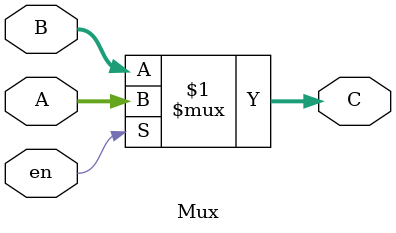
<source format=sv>
`timescale 1ns / 1ps


module Mux#(parameter N=16)
(
    input logic [N-1:0]A,
    input logic [N-1:0]B,
    input logic en,
    output logic [N-1:0]C
    );
    
    assign C = en ? A : B;
endmodule

</source>
